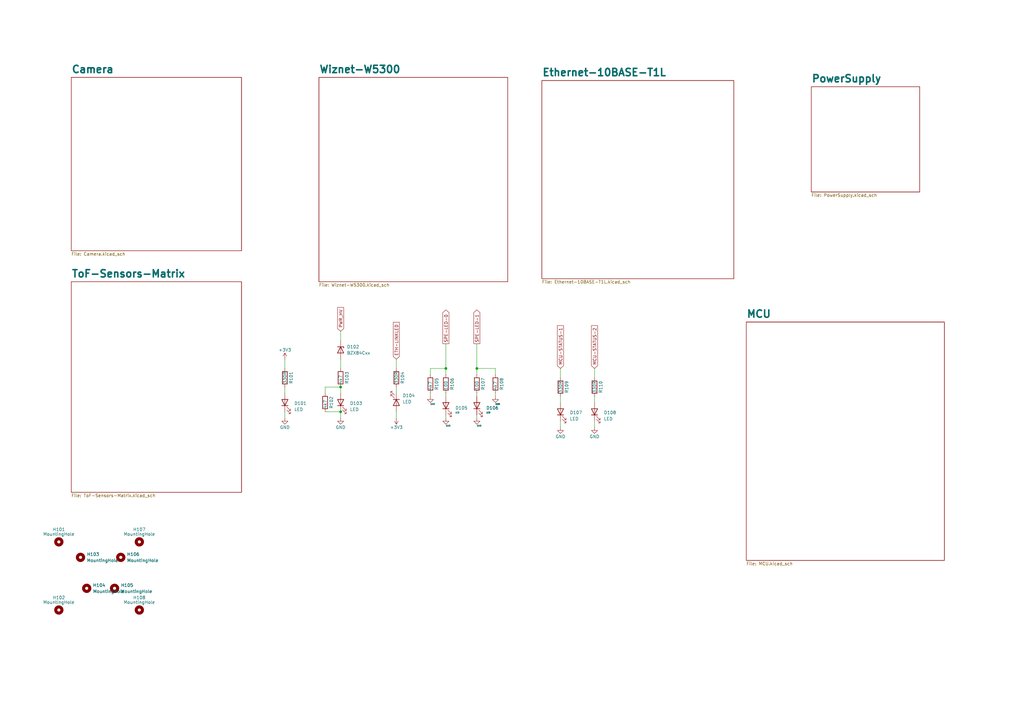
<source format=kicad_sch>
(kicad_sch (version 20230121) (generator eeschema)
  (paper "A3")
  (lib_symbols
    (symbol "Device:LED" (pin_numbers hide) (pin_names (offset 1.016) hide)
      (property "Reference" "D" (at 0 2.54 0))
      (property "Value" "LED" (at 0 -2.54 0))
      (symbol "LED_0_1"
        (polyline (pts (xy -1.27 -1.27) (xy -1.27 1.27)) (stroke (width 0.254)))
        (polyline (pts (xy -1.27 0) (xy 1.27 0)))
        (polyline (pts (xy 1.27 -1.27) (xy 1.27 1.27) (xy -1.27 0) (xy 1.27 -1.27)) (stroke (width 0.254)))
        (polyline (pts (xy -3.048 -0.762) (xy -4.572 -2.286) (xy -3.81 -2.286) (xy -4.572 -2.286) (xy -4.572 -1.524)))
        (polyline (pts (xy -1.778 -0.762) (xy -3.302 -2.286) (xy -2.54 -2.286) (xy -3.302 -2.286) (xy -3.302 -1.524)))
      )
      (symbol "LED_1_1"
        (pin passive line (at -3.81 0 0) (length 2.54) (name "K") (number "1"))
        (pin passive line (at 3.81 0 180) (length 2.54) (name "A") (number "2"))
      )
    )
    (symbol "Device:R" (pin_numbers hide) (pin_names (offset 0))
      (property "Reference" "R" (at 2.032 0 90))
      (property "Value" "R" (at 0 0 90))
      (symbol "R_0_1"
        (rectangle (start -1.016 -2.54) (end 1.016 2.54) (stroke (width 0.254)))
      )
      (symbol "R_1_1"
        (pin passive line (at 0 3.81 270) (length 1.27) (name "~") (number "1"))
        (pin passive line (at 0 -3.81 90) (length 1.27) (name "~") (number "2"))
      )
    )
    (symbol "Diode:BZX84Cxx" (pin_numbers hide) (pin_names hide)
      (property "Reference" "D" (at 0 3.81 0))
      (property "Value" "BZX84Cxx" (at 0 -3.81 0))
      (symbol "BZX84Cxx_0_1"
        (polyline (pts (xy 1.27 0) (xy -1.27 0)))
        (polyline (pts (xy -1.27 -1.27) (xy -1.27 1.27) (xy -0.762 1.27)) (stroke (width 0.254)))
        (polyline (pts (xy 1.27 -1.27) (xy 1.27 1.27) (xy -1.27 0) (xy 1.27 -1.27)) (stroke (width 0.254)))
      )
      (symbol "BZX84Cxx_1_1"
        (pin passive line (at 3.81 0 180) (length 2.54) (name "A") (number "1"))
        (pin no_connect line (at 1.27 0 180) (length 2.54) hide (name "NC") (number "2"))
        (pin passive line (at -3.81 0 0) (length 2.54) (name "K") (number "3"))
      )
    )
    (symbol "Mechanical:MountingHole" (pin_names (offset 1.016))
      (property "Reference" "H" (at 0 5.08 0))
      (property "Value" "MountingHole" (at 0 3.175 0))
      (symbol "MountingHole_0_1"
        (circle (center 0 0) (radius 1.27) (stroke (width 1.27)))
      )
    )
    (symbol "power:+3V3" (power) (pin_names (offset 0))
      (property "Value" "+3V3" (at 0 3.556 0))
      (symbol "+3V3_0_1"
        (polyline (pts (xy -0.762 1.27) (xy 0 2.54)))
        (polyline (pts (xy 0 0) (xy 0 2.54)))
        (polyline (pts (xy 0 2.54) (xy 0.762 1.27)))
      )
      (symbol "+3V3_1_1"
        (pin power_in line (at 0 0 90) (length 0) hide (name "+3V3") (number "1"))
      )
    )
    (symbol "power:GND" (power) (pin_names (offset 0))
      (property "Value" "GND" (at 0 -3.81 0))
      (symbol "GND_0_1"
        (polyline (pts (xy 0 0) (xy 0 -1.27) (xy 1.27 -1.27) (xy 0 -2.54) (xy -1.27 -1.27) (xy 0 -1.27)))
      )
      (symbol "GND_1_1"
        (pin power_in line (at 0 0 270) (length 0) hide (name "GND") (number "1"))
      )
    )
  )
  (junction (at 139.7 168.91))
  (junction (at 195.58 151.13))
  (junction (at 182.88 151.13))
  (junction (at 139.7 158.75))
  (wire (pts (xy 229.87 172.72) (xy 229.87 175.26)))
  (wire (pts (xy 139.7 147.32) (xy 139.7 151.13)))
  (wire (pts (xy 139.7 168.91) (xy 139.7 171.45)))
  (wire (pts (xy 195.58 161.29) (xy 195.58 162.56)))
  (wire (pts (xy 229.87 151.13) (xy 229.87 154.94)))
  (wire (pts (xy 182.88 151.13) (xy 182.88 153.67)))
  (wire (pts (xy 243.84 151.13) (xy 243.84 154.94)))
  (wire (pts (xy 162.56 168.91) (xy 162.56 171.45)))
  (wire (pts (xy 133.35 161.29) (xy 133.35 158.75)))
  (wire (pts (xy 162.56 161.29) (xy 162.56 158.75)))
  (wire (pts (xy 139.7 161.29) (xy 139.7 158.75)))
  (wire (pts (xy 195.58 151.13) (xy 195.58 153.67)))
  (wire (pts (xy 203.2 151.13) (xy 195.58 151.13)))
  (wire (pts (xy 195.58 170.18) (xy 195.58 171.45)))
  (wire (pts (xy 195.58 140.97) (xy 195.58 151.13)))
  (wire (pts (xy 116.84 147.32) (xy 116.84 151.13)))
  (wire (pts (xy 133.35 168.91) (xy 139.7 168.91)))
  (wire (pts (xy 203.2 161.29) (xy 203.2 162.56)))
  (wire (pts (xy 203.2 153.67) (xy 203.2 151.13)))
  (wire (pts (xy 229.87 165.1) (xy 229.87 162.56)))
  (wire (pts (xy 182.88 161.29) (xy 182.88 162.56)))
  (wire (pts (xy 116.84 168.91) (xy 116.84 171.45)))
  (wire (pts (xy 176.53 151.13) (xy 182.88 151.13)))
  (wire (pts (xy 176.53 161.29) (xy 176.53 162.56)))
  (wire (pts (xy 133.35 158.75) (xy 139.7 158.75)))
  (wire (pts (xy 176.53 153.67) (xy 176.53 151.13)))
  (wire (pts (xy 162.56 147.32) (xy 162.56 151.13)))
  (wire (pts (xy 243.84 165.1) (xy 243.84 162.56)))
  (wire (pts (xy 182.88 170.18) (xy 182.88 171.45)))
  (wire (pts (xy 139.7 135.89) (xy 139.7 139.7)))
  (wire (pts (xy 182.88 140.97) (xy 182.88 151.13)))
  (wire (pts (xy 243.84 172.72) (xy 243.84 175.26)))
  (wire (pts (xy 116.84 161.29) (xy 116.84 158.75)))
  (global_label "MCU-STATUS-1" (shape input) (at 229.87 151.13 90) (property "Intersheetrefs" "${INTERSHEET_REFS}" (at 229.87 132.9653 90) (effects (justify left))))
  (global_label "ETH-LINKLED" (shape input) (at 162.56 147.32 90) (property "Intersheetrefs" "${INTERSHEET_REFS}" (at 162.56 131.6348 90) (effects (justify left))))
  (global_label "PWR_HV" (shape input) (at 139.7 135.89 90) (property "Intersheetrefs" "${INTERSHEET_REFS}" (at 139.7 125.5267 90) (effects (justify left))))
  (global_label "SPE-LED-1" (shape output) (at 195.58 140.97 90) (property "Intersheetrefs" "${INTERSHEET_REFS}" (at 195.58 126.5549 90) (effects (justify left))))
  (global_label "SPE-LED-0" (shape output) (at 182.88 140.97 90) (property "Intersheetrefs" "${INTERSHEET_REFS}" (at 182.88 126.5549 90) (effects (justify left))))
  (global_label "MCU-STATUS-2" (shape input) (at 243.84 151.13 90) (property "Intersheetrefs" "${INTERSHEET_REFS}" (at 243.84 132.9653 90) (effects (justify left))))
  (symbol (lib_id "Device:LED") (at 229.87 168.91 90) (unit 1)
    (property "Reference" "D107" (at 233.68 169.2275 90) (effects (justify right)))
    (property "Value" "LED" (at 233.68 171.7675 90) (effects (justify right)))
    (property "Footprint" "LED_SMD:LED_0805_2012Metric" (effects hide))
  )
  (symbol (lib_id "Mechanical:MountingHole") (at 24.13 250.19 0) (unit 1)
    (property "Reference" "H102" (at 24.13 245.11 0))
    (property "Value" "MountingHole" (at 24.13 247.015 0))
    (property "Footprint" "Project_Speciific_Mechanical:MountingHole-10mm" (effects hide))
  )
  (symbol (lib_id "power:GND") (at 203.2 162.56 0) (unit 1)
    (property "Reference" "#PWR0108" (effects hide))
    (property "Value" "GND" (at 205.105 165.735 0) (effects (font (size 0.6 0.6)) (justify right)))
  )
  (symbol (lib_id "Mechanical:MountingHole") (at 57.15 222.25 0) (unit 1)
    (property "Reference" "H107" (at 57.15 217.17 0))
    (property "Value" "MountingHole" (at 57.15 219.075 0))
    (property "Footprint" "Project_Speciific_Mechanical:MountingHole-10mm" (effects hide))
  )
  (symbol (lib_id "Device:R") (at 162.56 154.94 180) (unit 1)
    (property "Reference" "R104" (at 165.1 157.48 90) (effects (justify right)))
    (property "Value" "330R" (at 162.56 157.48 90) (effects (justify right)))
    (property "Footprint" "Resistor_SMD:R_0603_1608Metric" (effects hide))
  )
  (symbol (lib_id "power:GND") (at 182.88 171.45 0) (unit 1)
    (property "Reference" "#PWR0106" (effects hide))
    (property "Value" "GND" (at 184.785 174.625 0) (effects (font (size 0.6 0.6)) (justify right)))
  )
  (symbol (lib_id "power:+3V3") (at 162.56 171.45 180) (unit 1)
    (property "Reference" "#PWR0104" (effects hide))
    (property "Value" "+3V3" (at 162.56 175.26 0))
  )
  (symbol (lib_id "Device:LED") (at 139.7 165.1 90) (unit 1)
    (property "Reference" "D103" (at 143.51 165.4175 90) (effects (justify right)))
    (property "Value" "LED" (at 143.51 167.9575 90) (effects (justify right)))
    (property "Footprint" "LED_SMD:LED_0805_2012Metric" (effects hide))
  )
  (symbol (lib_id "power:GND") (at 116.84 171.45 0) (unit 1)
    (property "Reference" "#PWR0102" (effects hide))
    (property "Value" "GND" (at 116.84 175.26 0))
  )
  (symbol (lib_id "Mechanical:MountingHole") (at 35.56 241.3 0) (unit 1)
    (property "Reference" "H104" (at 38.1 240.03 0) (effects (justify left)))
    (property "Value" "MountingHole" (at 38.1 242.57 0) (effects (justify left)))
    (property "Footprint" "Project_Speciific_Mechanical:MountingHole_2.5mm" (effects hide))
  )
  (symbol (lib_id "Device:R") (at 176.53 157.48 0) (unit 1)
    (property "Reference" "R105" (at 179.07 160.02 90) (effects (justify left)))
    (property "Value" "4k7" (at 176.53 160.02 90) (effects (justify left)))
    (property "Footprint" "Resistor_SMD:R_0603_1608Metric" (effects hide))
  )
  (symbol (lib_id "Device:R") (at 182.88 157.48 0) (unit 1)
    (property "Reference" "R106" (at 185.42 160.02 90) (effects (justify left)))
    (property "Value" "100" (at 182.88 160.02 90) (effects (justify left)))
    (property "Footprint" "Resistor_SMD:R_0603_1608Metric" (effects hide))
  )
  (symbol (lib_id "Device:LED") (at 243.84 168.91 90) (unit 1)
    (property "Reference" "D108" (at 247.65 169.2275 90) (effects (justify right)))
    (property "Value" "LED" (at 247.65 171.7675 90) (effects (justify right)))
    (property "Footprint" "LED_SMD:LED_0805_2012Metric" (effects hide))
  )
  (symbol (lib_id "Mechanical:MountingHole") (at 49.53 228.6 0) (unit 1)
    (property "Reference" "H106" (at 52.07 227.33 0) (effects (justify left)))
    (property "Value" "MountingHole" (at 52.07 229.87 0) (effects (justify left)))
    (property "Footprint" "Project_Speciific_Mechanical:MountingHole_2.5mm" (effects hide))
  )
  (symbol (lib_id "power:GND") (at 243.84 175.26 0) (unit 1)
    (property "Reference" "#PWR0110" (effects hide))
    (property "Value" "GND" (at 243.84 179.07 0))
  )
  (symbol (lib_id "power:GND") (at 229.87 175.26 0) (unit 1)
    (property "Reference" "#PWR0109" (effects hide))
    (property "Value" "GND" (at 229.87 179.07 0))
  )
  (symbol (lib_id "Device:LED") (at 162.56 165.1 270) (unit 1)
    (property "Reference" "D104" (at 165.1 162.2425 90) (effects (justify left)))
    (property "Value" "LED" (at 165.1 164.7825 90) (effects (justify left)))
    (property "Footprint" "LED_SMD:LED_0805_2012Metric" (effects hide))
  )
  (symbol (lib_id "Device:R") (at 133.35 165.1 180) (unit 1)
    (property "Reference" "R102" (at 135.89 167.64 90) (effects (justify right)))
    (property "Value" "4k7" (at 133.35 167.64 90) (effects (justify right)))
    (property "Footprint" "Resistor_SMD:R_0603_1608Metric" (effects hide))
  )
  (symbol (lib_id "Diode:BZX84Cxx") (at 139.7 143.51 270) (unit 1)
    (property "Reference" "D102" (at 142.24 142.24 90) (effects (justify left)))
    (property "Value" "BZX84Cxx" (at 142.24 144.78 90) (effects (justify left)))
    (property "Footprint" "Package_TO_SOT_SMD:SOT-23" (effects hide))
    (property "Datasheet" "https://diotec.com/tl_files/diotec/files/pdf/datasheets/bzx84c2v4.pdf" (effects hide))
  )
  (symbol (lib_id "power:GND") (at 176.53 162.56 0) (unit 1)
    (property "Reference" "#PWR0105" (effects hide))
    (property "Value" "GND" (at 178.435 165.735 0) (effects (font (size 0.6 0.6)) (justify right)))
  )
  (symbol (lib_id "Device:R") (at 195.58 157.48 0) (unit 1)
    (property "Reference" "R107" (at 198.12 160.02 90) (effects (justify left)))
    (property "Value" "100" (at 195.58 160.02 90) (effects (justify left)))
    (property "Footprint" "Resistor_SMD:R_0603_1608Metric" (effects hide))
  )
  (symbol (lib_id "Mechanical:MountingHole") (at 33.02 228.6 0) (unit 1)
    (property "Reference" "H103" (at 35.56 227.33 0) (effects (justify left)))
    (property "Value" "MountingHole" (at 35.56 229.87 0) (effects (justify left)))
    (property "Footprint" "Project_Speciific_Mechanical:MountingHole_2.5mm" (effects hide))
  )
  (symbol (lib_id "power:GND") (at 139.7 171.45 0) (unit 1)
    (property "Reference" "#PWR0103" (effects hide))
    (property "Value" "GND" (at 139.7 175.26 0))
  )
  (symbol (lib_id "Device:LED") (at 182.88 166.37 90) (unit 1)
    (property "Reference" "D105" (at 186.69 167.3225 90) (effects (justify right)))
    (property "Value" "LED" (at 186.69 169.2275 90) (effects (font (size 0.6 0.6)) (justify right)))
    (property "Footprint" "LED_SMD:LED_0805_2012Metric" (effects hide))
  )
  (symbol (lib_id "Device:LED") (at 116.84 165.1 90) (unit 1)
    (property "Reference" "D101" (at 120.65 165.4175 90) (effects (justify right)))
    (property "Value" "LED" (at 120.65 167.9575 90) (effects (justify right)))
    (property "Footprint" "LED_SMD:LED_0805_2012Metric" (effects hide))
  )
  (symbol (lib_id "Device:R") (at 139.7 154.94 180) (unit 1)
    (property "Reference" "R103" (at 142.24 157.48 90) (effects (justify right)))
    (property "Value" "4k7" (at 139.7 157.48 90) (effects (justify right)))
    (property "Footprint" "Resistor_SMD:R_0603_1608Metric" (effects hide))
  )
  (symbol (lib_id "Mechanical:MountingHole") (at 46.99 241.3 0) (unit 1)
    (property "Reference" "H105" (at 49.53 240.03 0) (effects (justify left)))
    (property "Value" "MountingHole" (at 49.53 242.57 0) (effects (justify left)))
    (property "Footprint" "Project_Speciific_Mechanical:MountingHole_2.5mm" (effects hide))
  )
  (symbol (lib_id "Device:R") (at 243.84 158.75 180) (unit 1)
    (property "Reference" "R110" (at 246.38 161.29 90) (effects (justify right)))
    (property "Value" "330R" (at 243.84 161.29 90) (effects (justify right)))
    (property "Footprint" "Resistor_SMD:R_0603_1608Metric" (effects hide))
  )
  (symbol (lib_id "Mechanical:MountingHole") (at 57.15 250.19 0) (unit 1)
    (property "Reference" "H108" (at 57.15 245.11 0))
    (property "Value" "MountingHole" (at 57.15 247.015 0))
    (property "Footprint" "Project_Speciific_Mechanical:MountingHole-10mm" (effects hide))
  )
  (symbol (lib_id "Device:LED") (at 195.58 166.37 90) (unit 1)
    (property "Reference" "D106" (at 199.39 167.3225 90) (effects (justify right)))
    (property "Value" "LED" (at 199.39 169.2275 90) (effects (font (size 0.6 0.6)) (justify right)))
    (property "Footprint" "LED_SMD:LED_0805_2012Metric" (effects hide))
  )
  (symbol (lib_id "power:+3V3") (at 116.84 147.32 0) (unit 1)
    (property "Reference" "#PWR0101" (effects hide))
    (property "Value" "+3V3" (at 116.84 143.51 0))
  )
  (symbol (lib_id "power:GND") (at 195.58 171.45 0) (unit 1)
    (property "Reference" "#PWR0107" (effects hide))
    (property "Value" "GND" (at 197.485 174.625 0) (effects (font (size 0.6 0.6)) (justify right)))
  )
  (symbol (lib_id "Device:R") (at 203.2 157.48 0) (unit 1)
    (property "Reference" "R108" (at 205.74 160.02 90) (effects (justify left)))
    (property "Value" "4k7" (at 203.2 160.02 90) (effects (justify left)))
    (property "Footprint" "Resistor_SMD:R_0603_1608Metric" (effects hide))
  )
  (symbol (lib_id "Device:R") (at 116.84 154.94 180) (unit 1)
    (property "Reference" "R101" (at 119.38 157.48 90) (effects (justify right)))
    (property "Value" "330R" (at 116.84 157.48 90) (effects (justify right)))
    (property "Footprint" "Resistor_SMD:R_0603_1608Metric" (effects hide))
  )
  (symbol (lib_id "Mechanical:MountingHole") (at 24.13 222.25 0) (unit 1)
    (property "Reference" "H101" (at 24.13 217.17 0))
    (property "Value" "MountingHole" (at 24.13 219.075 0))
    (property "Footprint" "Project_Speciific_Mechanical:MountingHole-10mm" (effects hide))
  )
  (symbol (lib_id "Device:R") (at 229.87 158.75 180) (unit 1)
    (property "Reference" "R109" (at 232.41 161.29 90) (effects (justify right)))
    (property "Value" "330R" (at 229.87 161.29 90) (effects (justify right)))
    (property "Footprint" "Resistor_SMD:R_0603_1608Metric" (effects hide))
  )
  (sheet (at 29.21 31.75) (size 69.85 71.12) (stroke (width 0.1524))
    (property "Sheetname" "Camera" (at 29.21 30.1734 0) (effects (font (size 3 3) bold) (justify left bottom)))
    (property "Sheetfile" "Camera.kicad_sch" (at 29.21 103.4546 0) (effects (justify left top)))
  )
  (sheet (at 29.21 115.57) (size 69.85 86.36) (stroke (width 0.1524))
    (property "Sheetname" "ToF-Sensors-Matrix" (at 29.21 113.9934 0) (effects (font (size 3 3) bold) (justify left bottom)))
    (property "Sheetfile" "ToF-Sensors-Matrix.kicad_sch" (at 29.21 202.5146 0) (effects (justify left top)))
  )
  (sheet (at 222.25 33.02) (size 78.74 81.28) (stroke (width 0.1524))
    (property "Sheetname" "Ethernet-10BASE-T1L" (at 222.25 31.4434 0) (effects (font (size 3 3) bold) (justify left bottom)))
    (property "Sheetfile" "Ethernet-10BASE-T1L.kicad_sch" (at 222.25 114.8846 0) (effects (justify left top)))
  )
  (sheet (at 130.81 31.75) (size 77.47 83.82) (stroke (width 0.1524))
    (property "Sheetname" "Wiznet-W5300" (at 130.81 30.1734 0) (effects (font (size 3 3) bold) (justify left bottom)))
    (property "Sheetfile" "Wiznet-W5300.kicad_sch" (at 130.81 116.1546 0) (effects (justify left top)))
  )
  (sheet (at 332.74 35.56) (size 44.45 43.18) (stroke (width 0.1524))
    (property "Sheetname" "PowerSupply" (at 332.74 33.9834 0) (effects (font (size 3 3) bold) (justify left bottom)))
    (property "Sheetfile" "PowerSupply.kicad_sch" (at 332.74 79.3246 0) (effects (justify left top)))
  )
  (sheet (at 306.07 132.08) (size 81.28 97.79) (stroke (width 0.1524))
    (property "Sheetname" "MCU" (at 306.07 130.5034 0) (effects (font (size 3 3) bold) (justify left bottom)))
    (property "Sheetfile" "MCU.kicad_sch" (at 306.07 230.4546 0) (effects (justify left top)))
  )
)
</source>
